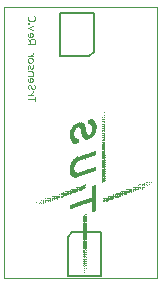
<source format=gbo>
G75*
G70*
%OFA0B0*%
%FSLAX24Y24*%
%IPPOS*%
%LPD*%
%AMOC8*
5,1,8,0,0,1.08239X$1,22.5*
%
%ADD10C,0.0000*%
%ADD11C,0.0020*%
%ADD12R,0.0015X0.0015*%
%ADD13R,0.0015X0.0030*%
%ADD14R,0.0015X0.0045*%
%ADD15R,0.0015X0.0060*%
%ADD16R,0.0015X0.0195*%
%ADD17R,0.0015X0.0165*%
%ADD18R,0.0015X0.0090*%
%ADD19R,0.0015X0.0315*%
%ADD20R,0.0015X0.0300*%
%ADD21R,0.0015X0.0390*%
%ADD22R,0.0015X0.0375*%
%ADD23R,0.0015X0.0435*%
%ADD24R,0.0015X0.0420*%
%ADD25R,0.0015X0.0480*%
%ADD26R,0.0015X0.0465*%
%ADD27R,0.0015X0.0510*%
%ADD28R,0.0015X0.0555*%
%ADD29R,0.0015X0.0540*%
%ADD30R,0.0015X0.0570*%
%ADD31R,0.0015X0.0600*%
%ADD32R,0.0015X0.0240*%
%ADD33R,0.0015X0.0225*%
%ADD34R,0.0015X0.0210*%
%ADD35R,0.0015X0.0135*%
%ADD36R,0.0015X0.0180*%
%ADD37R,0.0015X0.0150*%
%ADD38R,0.0015X0.0270*%
%ADD39R,0.0015X0.0450*%
%ADD40R,0.0015X0.0525*%
%ADD41R,0.0015X0.0330*%
%ADD42R,0.0015X0.0855*%
%ADD43R,0.0015X0.0870*%
%ADD44R,0.0015X0.0405*%
%ADD45R,0.0015X0.0360*%
%ADD46R,0.0015X0.0285*%
%ADD47R,0.0015X0.0675*%
%ADD48C,0.0050*%
D10*
X000900Y000980D02*
X000900Y010035D01*
X006018Y010035D01*
X006018Y000980D01*
X000900Y000980D01*
D11*
X001930Y006880D02*
X001930Y007027D01*
X001930Y006954D02*
X001710Y006954D01*
X001710Y007101D02*
X001857Y007101D01*
X001783Y007101D02*
X001857Y007175D01*
X001857Y007211D01*
X001857Y007285D02*
X001820Y007322D01*
X001820Y007396D01*
X001783Y007432D01*
X001747Y007432D01*
X001710Y007396D01*
X001710Y007322D01*
X001747Y007285D01*
X001857Y007285D02*
X001893Y007285D01*
X001930Y007322D01*
X001930Y007396D01*
X001893Y007432D01*
X001820Y007506D02*
X001857Y007543D01*
X001857Y007617D01*
X001820Y007653D01*
X001783Y007653D01*
X001783Y007506D01*
X001747Y007506D02*
X001820Y007506D01*
X001747Y007506D02*
X001710Y007543D01*
X001710Y007617D01*
X001710Y007727D02*
X001857Y007727D01*
X001857Y007838D01*
X001820Y007874D01*
X001710Y007874D01*
X001710Y007948D02*
X001710Y008059D01*
X001747Y008095D01*
X001783Y008059D01*
X001783Y007985D01*
X001820Y007948D01*
X001857Y007985D01*
X001857Y008095D01*
X001820Y008169D02*
X001747Y008169D01*
X001710Y008206D01*
X001710Y008280D01*
X001747Y008316D01*
X001820Y008316D01*
X001857Y008280D01*
X001857Y008206D01*
X001820Y008169D01*
X001783Y008390D02*
X001857Y008464D01*
X001857Y008500D01*
X001857Y008390D02*
X001710Y008390D01*
X001710Y008796D02*
X001930Y008796D01*
X001930Y008906D01*
X001893Y008942D01*
X001820Y008942D01*
X001783Y008906D01*
X001783Y008796D01*
X001783Y008869D02*
X001710Y008942D01*
X001747Y009017D02*
X001710Y009053D01*
X001710Y009127D01*
X001783Y009163D02*
X001783Y009017D01*
X001747Y009017D02*
X001820Y009017D01*
X001857Y009053D01*
X001857Y009127D01*
X001820Y009163D01*
X001783Y009163D01*
X001857Y009238D02*
X001710Y009311D01*
X001857Y009384D01*
X001747Y009459D02*
X001747Y009495D01*
X001710Y009495D01*
X001710Y009459D01*
X001747Y009459D01*
X001747Y009569D02*
X001710Y009606D01*
X001710Y009679D01*
X001747Y009716D01*
X001747Y009569D02*
X001893Y009569D01*
X001930Y009606D01*
X001930Y009679D01*
X001893Y009716D01*
D12*
X004195Y006325D03*
X004195Y006250D03*
X004255Y006250D03*
X004255Y006175D03*
X004195Y006175D03*
X004195Y006100D03*
X004255Y006100D03*
X004255Y006025D03*
X004285Y006025D03*
X004285Y005950D03*
X004255Y005950D03*
X004210Y005950D03*
X004210Y005875D03*
X004255Y005875D03*
X004255Y005800D03*
X004270Y006475D03*
X004225Y005125D03*
X004225Y005050D03*
X004225Y004975D03*
X004225Y004900D03*
X004240Y004900D03*
X004300Y004900D03*
X004300Y004825D03*
X004240Y004825D03*
X004225Y004825D03*
X004225Y004750D03*
X004240Y004750D03*
X004300Y004750D03*
X004300Y004675D03*
X004240Y004675D03*
X004225Y004675D03*
X004225Y004600D03*
X004240Y004600D03*
X004300Y004600D03*
X004300Y004525D03*
X004240Y004525D03*
X004240Y004450D03*
X004300Y004450D03*
X004240Y004375D03*
X004240Y004300D03*
X004240Y004225D03*
X004195Y004165D03*
X004405Y003685D03*
X004390Y003625D03*
X004390Y003565D03*
X004375Y003550D03*
X004435Y003580D03*
X004465Y003625D03*
X004525Y003625D03*
X004540Y003625D03*
X004540Y003700D03*
X004525Y003700D03*
X004465Y003700D03*
X004585Y003760D03*
X004600Y003700D03*
X004615Y003700D03*
X004675Y003700D03*
X004690Y003700D03*
X004750Y003700D03*
X004765Y003700D03*
X004810Y003715D03*
X004825Y003775D03*
X004810Y003835D03*
X004795Y003835D03*
X004750Y003775D03*
X004690Y003775D03*
X004675Y003775D03*
X004630Y003640D03*
X004870Y003730D03*
X004900Y003775D03*
X004900Y003850D03*
X005005Y003910D03*
X005185Y003850D03*
X005230Y003865D03*
X005245Y003865D03*
X005230Y003985D03*
X005305Y004000D03*
X005380Y004000D03*
X005395Y004060D03*
X005455Y004075D03*
X005485Y004075D03*
X005530Y004075D03*
X005560Y004075D03*
X005605Y004075D03*
X005620Y004135D03*
X005680Y004150D03*
X005680Y004075D03*
X005770Y004075D03*
X005845Y004150D03*
X005620Y004000D03*
X005605Y004000D03*
X005560Y004000D03*
X005530Y004000D03*
X005485Y004000D03*
X005455Y004000D03*
X005410Y003925D03*
X004300Y004975D03*
X004300Y005050D03*
X003640Y004075D03*
X003580Y004060D03*
X003640Y004000D03*
X003610Y003955D03*
X003580Y003940D03*
X003565Y003940D03*
X003550Y003925D03*
X003415Y003925D03*
X003400Y003925D03*
X003400Y003985D03*
X003385Y003985D03*
X003355Y003985D03*
X003340Y003925D03*
X003325Y003925D03*
X003265Y003925D03*
X003250Y003925D03*
X003250Y003850D03*
X003265Y003850D03*
X003325Y003850D03*
X003340Y003850D03*
X003415Y004000D03*
X003190Y003850D03*
X003175Y003850D03*
X003115Y003850D03*
X003100Y003850D03*
X003040Y003850D03*
X003025Y003850D03*
X003025Y003775D03*
X002995Y003730D03*
X002980Y003715D03*
X002920Y003835D03*
X002770Y003640D03*
X002755Y003640D03*
X002605Y003700D03*
X002560Y003685D03*
X002545Y003685D03*
X002530Y003625D03*
X002485Y003550D03*
X002455Y003550D03*
X002410Y003550D03*
X002380Y003550D03*
X002335Y003550D03*
X002305Y003550D03*
X002320Y003610D03*
X002380Y003625D03*
X002410Y003625D03*
X002305Y003475D03*
X002230Y003475D03*
X002230Y003550D03*
X002155Y003475D03*
X002020Y003475D03*
X003100Y003775D03*
X003160Y003910D03*
X003565Y003025D03*
X003565Y002950D03*
X003565Y002875D03*
X003565Y002800D03*
X003625Y002800D03*
X003640Y002800D03*
X003640Y002725D03*
X003625Y002725D03*
X003565Y002725D03*
X003565Y002650D03*
X003625Y002650D03*
X003640Y002650D03*
X003640Y002575D03*
X003625Y002575D03*
X003565Y002575D03*
X003565Y002500D03*
X003625Y002500D03*
X003640Y002500D03*
X003640Y002425D03*
X003625Y002425D03*
X003625Y002350D03*
X003640Y002875D03*
X004240Y003625D03*
X003655Y001750D03*
X003655Y001675D03*
X003655Y001600D03*
X003610Y001600D03*
X003580Y001600D03*
X003580Y001525D03*
X003610Y001525D03*
X003655Y001525D03*
X003655Y001450D03*
X003655Y001375D03*
X003670Y001375D03*
X003670Y001300D03*
X003595Y001225D03*
X003595Y001150D03*
X003580Y001375D03*
X003580Y001450D03*
X003580Y001675D03*
D13*
X003610Y001668D03*
X003670Y001668D03*
X003670Y001743D03*
X003610Y001743D03*
X003580Y001758D03*
X003610Y001818D03*
X003580Y001833D03*
X003610Y001893D03*
X003655Y001908D03*
X003670Y001893D03*
X003655Y001833D03*
X003670Y001818D03*
X003670Y001593D03*
X003670Y001518D03*
X003670Y001443D03*
X003595Y001368D03*
X003595Y001293D03*
X003625Y002868D03*
X003625Y002943D03*
X003640Y002958D03*
X003625Y003018D03*
X003640Y003033D03*
X003655Y003093D03*
X003670Y003093D03*
X003355Y003858D03*
X003385Y003873D03*
X003475Y003918D03*
X003490Y003933D03*
X003475Y003993D03*
X003490Y004008D03*
X003430Y003993D03*
X003550Y003993D03*
X003565Y004008D03*
X003625Y003993D03*
X003625Y004068D03*
X003610Y004068D03*
X003205Y003918D03*
X003160Y003783D03*
X003130Y003783D03*
X003010Y003843D03*
X002995Y003843D03*
X002980Y003843D03*
X002935Y003708D03*
X002905Y003708D03*
X002830Y003768D03*
X002785Y003768D03*
X002770Y003768D03*
X002710Y003633D03*
X002680Y003633D03*
X002635Y003618D03*
X002605Y003633D03*
X002560Y003618D03*
X002545Y003558D03*
X002530Y003558D03*
X002485Y003618D03*
X002455Y003633D03*
X002395Y003618D03*
X002320Y003483D03*
X002245Y003468D03*
X002170Y003468D03*
X002170Y003543D03*
X002095Y003468D03*
X002635Y003693D03*
X004210Y004173D03*
X004225Y004218D03*
X004225Y004293D03*
X004225Y004368D03*
X004225Y004443D03*
X004225Y004518D03*
X004195Y004593D03*
X004195Y004668D03*
X004195Y004818D03*
X004195Y004893D03*
X004195Y004968D03*
X004195Y005043D03*
X004195Y005118D03*
X004195Y005193D03*
X004195Y005268D03*
X004195Y005343D03*
X004195Y005418D03*
X004195Y005493D03*
X004210Y005493D03*
X004210Y005568D03*
X004195Y005568D03*
X004195Y005643D03*
X004210Y005643D03*
X004255Y005658D03*
X004285Y005643D03*
X004285Y005718D03*
X004255Y005733D03*
X004210Y005718D03*
X004195Y005718D03*
X004195Y005793D03*
X004210Y005793D03*
X004285Y005793D03*
X004285Y005868D03*
X004195Y005868D03*
X004195Y005943D03*
X004195Y006018D03*
X004270Y006243D03*
X004270Y006318D03*
X004270Y006393D03*
X004285Y005568D03*
X004285Y005493D03*
X004300Y004368D03*
X004300Y004293D03*
X004300Y004218D03*
X004630Y003768D03*
X004660Y003768D03*
X004780Y003708D03*
X004855Y003843D03*
X005005Y003783D03*
X005020Y003918D03*
X005035Y003918D03*
X005080Y003918D03*
X005155Y003858D03*
X005185Y003918D03*
X005260Y003918D03*
X005305Y003933D03*
X005335Y003918D03*
X005380Y003933D03*
X005395Y003933D03*
X005410Y003993D03*
X005335Y003993D03*
X005260Y003993D03*
X005245Y003993D03*
X005550Y003908D03*
X005620Y004068D03*
X005695Y004068D03*
X005695Y004143D03*
X005770Y004143D03*
X004585Y003633D03*
X004450Y003618D03*
X004450Y003693D03*
X004435Y003693D03*
X004375Y003618D03*
X004315Y003633D03*
X004300Y003618D03*
X004255Y003618D03*
X004240Y003558D03*
X004300Y003543D03*
X004315Y003558D03*
X004405Y003558D03*
D14*
X004360Y003565D03*
X004330Y003550D03*
X004330Y003625D03*
X004285Y003625D03*
X004255Y003550D03*
X004405Y003625D03*
X004480Y003625D03*
X004480Y003700D03*
X004510Y003700D03*
X004555Y003700D03*
X004555Y003625D03*
X004630Y003700D03*
X004660Y003700D03*
X004705Y003700D03*
X004735Y003700D03*
X004795Y003715D03*
X004780Y003775D03*
X004810Y003775D03*
X004855Y003775D03*
X004885Y003775D03*
X004930Y003775D03*
X004960Y003775D03*
X005020Y003790D03*
X005005Y003850D03*
X005035Y003850D03*
X005080Y003850D03*
X005095Y003850D03*
X005110Y003850D03*
X005170Y003850D03*
X005170Y003925D03*
X005155Y003925D03*
X005110Y003925D03*
X005095Y003925D03*
X005230Y003925D03*
X005245Y003925D03*
X005320Y003925D03*
X005320Y004000D03*
X005395Y004000D03*
X005470Y004000D03*
X005545Y004000D03*
X005545Y004075D03*
X004960Y003850D03*
X004930Y003850D03*
X004885Y003850D03*
X004870Y003850D03*
X004735Y003775D03*
X004720Y003775D03*
X004705Y003775D03*
X004255Y004225D03*
X004195Y004225D03*
X004195Y004300D03*
X004255Y004300D03*
X004255Y004375D03*
X004195Y004375D03*
X004195Y004450D03*
X004255Y004450D03*
X004255Y004525D03*
X004195Y004525D03*
X004210Y004600D03*
X004255Y004600D03*
X004255Y004675D03*
X004285Y004675D03*
X004285Y004750D03*
X004255Y004750D03*
X004210Y004750D03*
X004195Y004750D03*
X004210Y004675D03*
X004210Y004825D03*
X004255Y004825D03*
X004285Y004825D03*
X004285Y004900D03*
X004255Y004900D03*
X004210Y004900D03*
X004210Y004975D03*
X004255Y004975D03*
X004285Y004975D03*
X004285Y005050D03*
X004255Y005050D03*
X004210Y005050D03*
X004210Y005125D03*
X004255Y005125D03*
X004285Y005125D03*
X004285Y005200D03*
X004255Y005200D03*
X004210Y005200D03*
X004210Y005275D03*
X004255Y005275D03*
X004285Y005275D03*
X004285Y005350D03*
X004270Y005350D03*
X004255Y005350D03*
X004210Y005350D03*
X004210Y005425D03*
X004255Y005425D03*
X004270Y005425D03*
X004285Y005425D03*
X004270Y005500D03*
X004255Y005500D03*
X004255Y005575D03*
X004270Y005575D03*
X004270Y005650D03*
X004270Y005725D03*
X004270Y005800D03*
X004270Y005875D03*
X004270Y005950D03*
X004270Y006025D03*
X004270Y006100D03*
X004270Y006175D03*
X003580Y004000D03*
X003535Y003940D03*
X003505Y003925D03*
X003505Y004000D03*
X003460Y004000D03*
X003430Y003925D03*
X003355Y003925D03*
X003310Y003925D03*
X003280Y003925D03*
X003235Y003925D03*
X003220Y003925D03*
X003205Y003850D03*
X003235Y003850D03*
X003280Y003850D03*
X003160Y003850D03*
X003130Y003850D03*
X003085Y003850D03*
X003070Y003850D03*
X003055Y003850D03*
X003055Y003775D03*
X003085Y003775D03*
X003145Y003790D03*
X003010Y003775D03*
X002980Y003775D03*
X002935Y003775D03*
X002905Y003775D03*
X002860Y003775D03*
X002845Y003775D03*
X002845Y003700D03*
X002860Y003700D03*
X002830Y003700D03*
X002785Y003700D03*
X002770Y003700D03*
X002755Y003700D03*
X002710Y003700D03*
X002695Y003700D03*
X002680Y003700D03*
X002620Y003700D03*
X002620Y003625D03*
X002545Y003625D03*
X002470Y003625D03*
X002470Y003550D03*
X002395Y003550D03*
X002320Y003550D03*
X002245Y003550D03*
X002695Y003625D03*
X002920Y003715D03*
X003580Y003025D03*
X003580Y002950D03*
X003580Y002875D03*
X003580Y002800D03*
X003580Y002725D03*
X003580Y002650D03*
X003580Y002575D03*
X003610Y002575D03*
X003655Y002575D03*
X003670Y002575D03*
X003670Y002500D03*
X003655Y002500D03*
X003610Y002500D03*
X003580Y002500D03*
X003580Y002425D03*
X003610Y002425D03*
X003655Y002425D03*
X003670Y002425D03*
X003670Y002350D03*
X003655Y002350D03*
X003610Y002350D03*
X003580Y002350D03*
X003580Y002275D03*
X003610Y002275D03*
X003655Y002275D03*
X003670Y002275D03*
X003670Y002200D03*
X003655Y002200D03*
X003610Y002200D03*
X003580Y002200D03*
X003580Y002125D03*
X003610Y002125D03*
X003655Y002125D03*
X003670Y002125D03*
X003670Y002050D03*
X003655Y002050D03*
X003610Y002050D03*
X003595Y002050D03*
X003580Y002050D03*
X003580Y001975D03*
X003595Y001975D03*
X003610Y001975D03*
X003655Y001975D03*
X003670Y001975D03*
X003595Y001900D03*
X003580Y001900D03*
X003595Y001825D03*
X003595Y001750D03*
X003595Y001675D03*
X003595Y001600D03*
X003595Y001525D03*
X003595Y001450D03*
X003655Y002650D03*
X003670Y002650D03*
X003670Y002725D03*
X003655Y002725D03*
X003655Y002800D03*
X003670Y002800D03*
X003670Y002875D03*
X003655Y002875D03*
X003655Y002950D03*
X003670Y002950D03*
X003670Y003025D03*
X003655Y003025D03*
D15*
X003610Y003033D03*
X003610Y002958D03*
X003610Y002883D03*
X003610Y002808D03*
X003610Y002733D03*
X003610Y002658D03*
X003595Y002508D03*
X003595Y002433D03*
X003595Y002358D03*
X003595Y002283D03*
X003595Y002208D03*
X003595Y002133D03*
X004285Y003558D03*
X004360Y003633D03*
X004435Y003633D03*
X004510Y003633D03*
X004585Y003708D03*
X004720Y003708D03*
X004795Y003783D03*
X004870Y003783D03*
X004945Y003783D03*
X004945Y003858D03*
X005020Y003858D03*
X004285Y004383D03*
X004285Y004458D03*
X004285Y004533D03*
X004285Y004608D03*
X004210Y004533D03*
X004210Y004458D03*
X004210Y004383D03*
X004210Y004308D03*
X004210Y004233D03*
X004270Y004908D03*
X004270Y004983D03*
X004270Y005058D03*
X004270Y005133D03*
X004270Y005208D03*
X004270Y005283D03*
X003610Y004008D03*
X003535Y004008D03*
X003460Y003933D03*
X003385Y003933D03*
X003310Y003858D03*
X003070Y003783D03*
X002995Y003783D03*
X002920Y003783D03*
D16*
X003295Y004435D03*
X003130Y004600D03*
X003280Y004855D03*
X003295Y004870D03*
X003310Y005560D03*
X003130Y005740D03*
X003280Y005995D03*
X003460Y006070D03*
X003835Y006175D03*
X003850Y005755D03*
D17*
X003820Y005725D03*
X003790Y005710D03*
X003760Y005695D03*
X003745Y005695D03*
X003730Y005695D03*
X004000Y006010D03*
X003775Y006190D03*
X003430Y006085D03*
X003415Y006085D03*
X003400Y006085D03*
X003370Y006070D03*
X003355Y006070D03*
X003340Y006055D03*
X003325Y006055D03*
X003355Y005545D03*
X003370Y005545D03*
X003385Y005545D03*
X003400Y005545D03*
X003640Y005035D03*
X003655Y005035D03*
X003670Y005050D03*
X003685Y005050D03*
X003700Y005050D03*
X003715Y005065D03*
X003730Y005065D03*
X003745Y005065D03*
X003760Y005080D03*
X003775Y005080D03*
X003790Y005080D03*
X003805Y005095D03*
X003820Y005095D03*
X003835Y005095D03*
X003850Y005110D03*
X003865Y005110D03*
X003880Y005110D03*
X003895Y005125D03*
X003910Y005125D03*
X003925Y005125D03*
X003940Y005140D03*
X003955Y005140D03*
X003970Y005140D03*
X003985Y005155D03*
X003610Y005020D03*
X003595Y005020D03*
X003580Y005005D03*
X003565Y005005D03*
X003550Y005005D03*
X003535Y004990D03*
X003520Y004990D03*
X003505Y004990D03*
X003490Y004975D03*
X003475Y004975D03*
X003460Y004975D03*
X003445Y004960D03*
X003430Y004960D03*
X003415Y004945D03*
X003400Y004945D03*
X003370Y004930D03*
X003325Y004900D03*
X003535Y004480D03*
X003550Y004480D03*
X003565Y004480D03*
X003580Y004495D03*
X003595Y004495D03*
X003610Y004495D03*
X003625Y004510D03*
X003640Y004510D03*
X003655Y004510D03*
X003670Y004525D03*
X003685Y004525D03*
X003700Y004525D03*
X003715Y004540D03*
X003730Y004540D03*
X003760Y004555D03*
X003775Y004555D03*
X003805Y004570D03*
X003820Y004570D03*
X003850Y004585D03*
X003865Y004585D03*
X003895Y004600D03*
X003910Y004600D03*
X003940Y004615D03*
X003955Y004615D03*
X003970Y004630D03*
X003985Y004630D03*
X003520Y004465D03*
X003505Y004465D03*
X003490Y004465D03*
X003475Y004450D03*
X003460Y004450D03*
X003445Y004450D03*
X003415Y004435D03*
X003400Y004435D03*
X003385Y004435D03*
X003370Y004435D03*
X003370Y003925D03*
X003565Y003505D03*
X003580Y003505D03*
X003595Y003505D03*
X003610Y003520D03*
X003625Y003520D03*
X003640Y003520D03*
X003655Y003535D03*
X003670Y003535D03*
X003700Y003550D03*
X003715Y003550D03*
X003745Y003565D03*
X003760Y003565D03*
X003775Y003580D03*
X003790Y003580D03*
X003805Y003580D03*
X003820Y003595D03*
X003835Y003595D03*
X003850Y003595D03*
X003550Y003490D03*
X003535Y003490D03*
X003520Y003490D03*
X003505Y003475D03*
X003490Y003475D03*
X003475Y003475D03*
X003460Y003460D03*
X003445Y003460D03*
X003430Y003460D03*
X003415Y003445D03*
X003400Y003445D03*
X003385Y003445D03*
X003370Y003430D03*
X003355Y003430D03*
X003340Y003430D03*
X003325Y003415D03*
X003310Y003415D03*
X003295Y003415D03*
X003280Y003400D03*
X003265Y003400D03*
X003250Y003400D03*
X003235Y003385D03*
X003220Y003385D03*
X003205Y003385D03*
X003190Y003370D03*
X003175Y003370D03*
X003160Y003370D03*
X003145Y003355D03*
X004420Y003625D03*
X004570Y003685D03*
D18*
X003220Y003843D03*
X003145Y003873D03*
D19*
X003145Y004600D03*
X003505Y006010D03*
D20*
X003145Y005748D03*
D21*
X003160Y004608D03*
D22*
X003160Y005740D03*
X003520Y005980D03*
X003640Y005800D03*
D23*
X003175Y004615D03*
D24*
X003175Y005748D03*
X003535Y005943D03*
X003625Y005823D03*
D25*
X003925Y005988D03*
X003190Y004623D03*
D26*
X003190Y005755D03*
X003565Y005905D03*
X003580Y005890D03*
X003595Y005875D03*
X003940Y005995D03*
D27*
X003205Y005763D03*
X003205Y004623D03*
D28*
X003220Y004630D03*
X003895Y005980D03*
D29*
X003220Y005763D03*
D30*
X003235Y005763D03*
X003880Y005973D03*
X003235Y004638D03*
D31*
X003250Y004638D03*
X003250Y005778D03*
D32*
X003265Y005598D03*
X003685Y005718D03*
X003265Y004833D03*
X003265Y004458D03*
D33*
X003280Y005575D03*
X003265Y005965D03*
X003475Y006055D03*
X003865Y006145D03*
X003865Y005785D03*
D34*
X003700Y005703D03*
X003850Y006168D03*
X003295Y005568D03*
X003280Y004443D03*
D35*
X003445Y003955D03*
X003520Y003970D03*
X003295Y003895D03*
X004270Y003580D03*
X004345Y003595D03*
X004495Y003655D03*
X004285Y004270D03*
D36*
X003625Y005028D03*
X003385Y004938D03*
X003355Y004923D03*
X003340Y004908D03*
X003310Y004893D03*
X003310Y004428D03*
X003325Y004428D03*
X003340Y004428D03*
X003355Y004428D03*
X003340Y005553D03*
X003325Y005553D03*
X003715Y005688D03*
X003835Y005748D03*
X003820Y006183D03*
X003805Y006183D03*
X003790Y006183D03*
X003445Y006078D03*
X003310Y006033D03*
X003295Y006018D03*
D37*
X003385Y006078D03*
X003745Y006183D03*
X003760Y006183D03*
X003805Y005718D03*
X003775Y005703D03*
X003415Y005553D03*
X003880Y004593D03*
X003925Y004608D03*
X003835Y004578D03*
X003790Y004563D03*
X003745Y004548D03*
X003430Y004443D03*
X003595Y004008D03*
X003730Y003558D03*
X003685Y003543D03*
X004645Y003708D03*
D38*
X003670Y005733D03*
X003490Y006033D03*
D39*
X003550Y005928D03*
X003610Y005853D03*
D40*
X003910Y005980D03*
X003595Y002815D03*
D41*
X003655Y005763D03*
D42*
X003985Y003655D03*
X003955Y003640D03*
X003940Y003640D03*
X003910Y003625D03*
X003895Y003625D03*
X003865Y003610D03*
D43*
X003880Y003618D03*
X003925Y003633D03*
X003970Y003648D03*
D44*
X003955Y005995D03*
D45*
X003970Y006003D03*
D46*
X003985Y006010D03*
D47*
X004270Y004525D03*
D48*
X004131Y002522D02*
X003186Y002522D01*
X003029Y002364D01*
X003029Y001065D01*
X004131Y001065D01*
X004131Y002482D01*
X003732Y008375D02*
X002787Y008375D01*
X002787Y008414D02*
X002787Y009831D01*
X003890Y009831D01*
X003890Y008532D01*
X003732Y008375D01*
M02*

</source>
